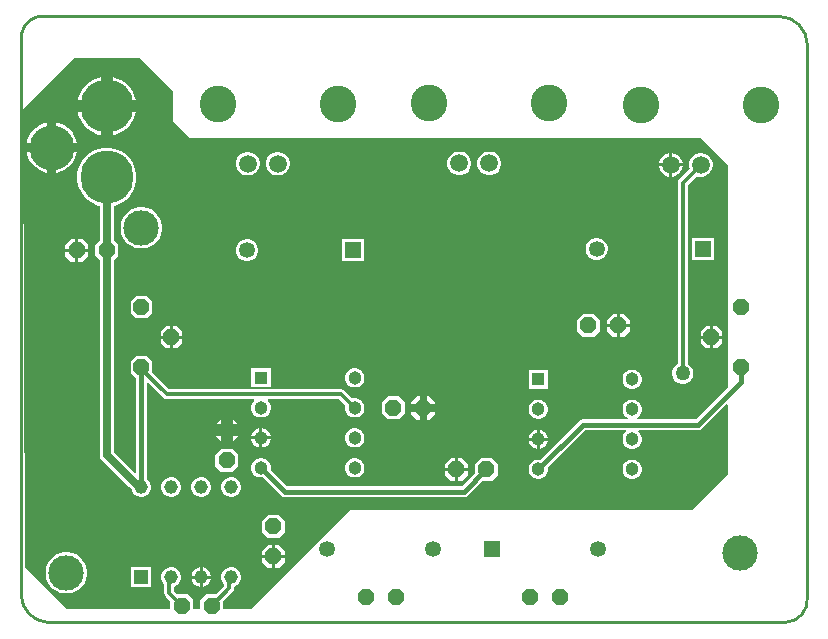
<source format=gtl>
G04*
G04 #@! TF.GenerationSoftware,Altium Limited,Altium Designer,21.2.2 (38)*
G04*
G04 Layer_Physical_Order=1*
G04 Layer_Color=255*
%FSLAX25Y25*%
%MOIN*%
G70*
G04*
G04 #@! TF.SameCoordinates,E511DB09-7795-4F42-8736-8E558125F004*
G04*
G04*
G04 #@! TF.FilePolarity,Positive*
G04*
G01*
G75*
%ADD13C,0.01000*%
%ADD31C,0.02500*%
%ADD32C,0.01200*%
%ADD33C,0.01500*%
%ADD34P,0.06061X8X202.5*%
%ADD35P,0.06061X8X292.5*%
%ADD36R,0.04567X0.04567*%
%ADD37C,0.04567*%
%ADD38C,0.05315*%
%ADD39R,0.05315X0.05315*%
%ADD40P,0.05629X8X22.5*%
%ADD41R,0.04461X0.04461*%
%ADD42C,0.04461*%
%ADD43C,0.12205*%
%ADD44C,0.05906*%
%ADD45C,0.14961*%
%ADD46C,0.17717*%
%ADD47C,0.11811*%
%ADD48C,0.05000*%
G36*
X130000Y220000D02*
Y210000D01*
X135500Y204500D01*
X306000D01*
X315000Y195500D01*
Y121173D01*
X304469Y110643D01*
X284771D01*
X284637Y111143D01*
X285109Y111415D01*
X285711Y112017D01*
X286136Y112753D01*
X286356Y113575D01*
Y114425D01*
X286136Y115247D01*
X285711Y115983D01*
X285109Y116585D01*
X284373Y117010D01*
X283551Y117230D01*
X282701D01*
X281879Y117010D01*
X281142Y116585D01*
X280541Y115983D01*
X280116Y115247D01*
X279896Y114425D01*
Y113575D01*
X280116Y112753D01*
X280541Y112017D01*
X281142Y111415D01*
X281615Y111143D01*
X281481Y110643D01*
X266732D01*
X266732Y110643D01*
X266049Y110507D01*
X265471Y110120D01*
X252521Y97171D01*
X252299Y97230D01*
X251449D01*
X250627Y97010D01*
X249891Y96585D01*
X249289Y95983D01*
X248864Y95247D01*
X248644Y94425D01*
Y93575D01*
X248864Y92753D01*
X249289Y92017D01*
X249891Y91415D01*
X250627Y90990D01*
X251449Y90770D01*
X252299D01*
X253121Y90990D01*
X253857Y91415D01*
X254459Y92017D01*
X254884Y92753D01*
X255104Y93575D01*
Y94425D01*
X255045Y94647D01*
X267471Y107074D01*
X280990D01*
X281130Y106625D01*
X281132Y106574D01*
X280541Y105983D01*
X280116Y105247D01*
X279896Y104425D01*
Y103575D01*
X280116Y102753D01*
X280541Y102016D01*
X281142Y101415D01*
X281879Y100990D01*
X282701Y100770D01*
X283551D01*
X284373Y100990D01*
X285109Y101415D01*
X285711Y102016D01*
X286136Y102753D01*
X286356Y103575D01*
Y104425D01*
X286136Y105247D01*
X285711Y105983D01*
X285120Y106574D01*
X285122Y106625D01*
X285262Y107074D01*
X305208D01*
X305891Y107210D01*
X306470Y107597D01*
X314538Y115665D01*
X315000Y115473D01*
Y92500D01*
X303000Y80500D01*
X189000Y80500D01*
X156000Y47500D01*
X146800D01*
Y49993D01*
X150009Y53202D01*
X150363Y53732D01*
X150487Y54356D01*
Y54865D01*
X150767Y54940D01*
X151516Y55373D01*
X152127Y55984D01*
X152560Y56733D01*
X152784Y57568D01*
Y58432D01*
X152560Y59267D01*
X152127Y60016D01*
X151516Y60627D01*
X150767Y61060D01*
X149932Y61283D01*
X149068D01*
X148233Y61060D01*
X147484Y60627D01*
X146873Y60016D01*
X146440Y59267D01*
X146216Y58432D01*
Y57568D01*
X146440Y56733D01*
X146873Y55984D01*
X147224Y55632D01*
Y55032D01*
X144493Y52300D01*
X141100D01*
X139200Y50400D01*
Y47500D01*
X136800D01*
Y50400D01*
X134900Y52300D01*
X131507D01*
X130487Y53320D01*
Y54865D01*
X130767Y54940D01*
X131516Y55373D01*
X132127Y55984D01*
X132560Y56733D01*
X132783Y57568D01*
Y58432D01*
X132560Y59267D01*
X132127Y60016D01*
X131516Y60627D01*
X130767Y61060D01*
X129932Y61283D01*
X129068D01*
X128233Y61060D01*
X127484Y60627D01*
X126873Y60016D01*
X126440Y59267D01*
X126216Y58432D01*
Y57568D01*
X126440Y56733D01*
X126873Y55984D01*
X127224Y55632D01*
Y52644D01*
X127349Y52020D01*
X127702Y51491D01*
X129200Y49993D01*
Y47500D01*
X94500Y47500D01*
X80608Y61392D01*
X80101Y214101D01*
X97000Y231000D01*
X119000D01*
X130000Y220000D01*
D02*
G37*
%LPC*%
G36*
X110000Y224654D02*
Y217000D01*
X117654D01*
X117479Y217876D01*
X116736Y219670D01*
X115657Y221284D01*
X114284Y222657D01*
X112670Y223736D01*
X110875Y224479D01*
X110000Y224654D01*
D02*
G37*
G36*
X106000D02*
X105124Y224479D01*
X103330Y223736D01*
X101716Y222657D01*
X100343Y221284D01*
X99264Y219670D01*
X98521Y217876D01*
X98346Y217000D01*
X106000D01*
Y224654D01*
D02*
G37*
G36*
X117654Y213000D02*
X110000D01*
Y205346D01*
X110875Y205521D01*
X112670Y206264D01*
X114284Y207343D01*
X115657Y208716D01*
X116736Y210330D01*
X117479Y212124D01*
X117654Y213000D01*
D02*
G37*
G36*
X106000D02*
X98346D01*
X98521Y212124D01*
X99264Y210330D01*
X100343Y208716D01*
X101716Y207343D01*
X103330Y206264D01*
X105124Y205521D01*
X106000Y205346D01*
Y213000D01*
D02*
G37*
G36*
X91193Y209569D02*
Y202720D01*
X98041D01*
X97847Y203694D01*
X97208Y205237D01*
X96280Y206626D01*
X95099Y207807D01*
X93710Y208736D01*
X92167Y209375D01*
X91193Y209569D01*
D02*
G37*
G36*
X88193D02*
X87219Y209375D01*
X85676Y208736D01*
X84287Y207807D01*
X83106Y206626D01*
X82178Y205237D01*
X81538Y203694D01*
X81345Y202720D01*
X88193D01*
Y209569D01*
D02*
G37*
G36*
X296520Y199421D02*
X296500D01*
Y195968D01*
X299953D01*
Y195989D01*
X299683Y196994D01*
X299163Y197896D01*
X298427Y198632D01*
X297526Y199152D01*
X296520Y199421D01*
D02*
G37*
G36*
X295500D02*
X295480D01*
X294474Y199152D01*
X293573Y198632D01*
X292837Y197896D01*
X292317Y196994D01*
X292047Y195989D01*
Y195968D01*
X295500D01*
Y199421D01*
D02*
G37*
G36*
X88193Y199721D02*
X81345D01*
X81538Y198747D01*
X82178Y197204D01*
X83106Y195815D01*
X84287Y194633D01*
X85676Y193705D01*
X87219Y193066D01*
X88193Y192872D01*
Y199721D01*
D02*
G37*
G36*
X98041D02*
X91193D01*
Y192872D01*
X92167Y193066D01*
X93710Y193705D01*
X95099Y194633D01*
X96280Y195815D01*
X97208Y197204D01*
X97847Y198747D01*
X98041Y199721D01*
D02*
G37*
G36*
X236020Y199921D02*
X234980D01*
X233974Y199652D01*
X233073Y199132D01*
X232337Y198396D01*
X231817Y197494D01*
X231547Y196489D01*
Y195448D01*
X231817Y194443D01*
X232337Y193542D01*
X233073Y192806D01*
X233974Y192285D01*
X234980Y192016D01*
X236020D01*
X237026Y192285D01*
X237927Y192806D01*
X238663Y193542D01*
X239183Y194443D01*
X239453Y195448D01*
Y196489D01*
X239183Y197494D01*
X238663Y198396D01*
X237927Y199132D01*
X237026Y199652D01*
X236020Y199921D01*
D02*
G37*
G36*
X226020D02*
X224980D01*
X223974Y199652D01*
X223073Y199132D01*
X222337Y198396D01*
X221817Y197494D01*
X221547Y196489D01*
Y195448D01*
X221817Y194443D01*
X222337Y193542D01*
X223073Y192806D01*
X223974Y192285D01*
X224980Y192016D01*
X226020D01*
X227026Y192285D01*
X227927Y192806D01*
X228663Y193542D01*
X229183Y194443D01*
X229453Y195448D01*
Y196489D01*
X229183Y197494D01*
X228663Y198396D01*
X227927Y199132D01*
X227026Y199652D01*
X226020Y199921D01*
D02*
G37*
G36*
X165520Y199831D02*
X164480D01*
X163474Y199561D01*
X162573Y199041D01*
X161837Y198305D01*
X161317Y197404D01*
X161047Y196398D01*
Y195358D01*
X161317Y194352D01*
X161837Y193451D01*
X162573Y192715D01*
X163474Y192195D01*
X164480Y191925D01*
X165520D01*
X166526Y192195D01*
X167427Y192715D01*
X168163Y193451D01*
X168683Y194352D01*
X168953Y195358D01*
Y196398D01*
X168683Y197404D01*
X168163Y198305D01*
X167427Y199041D01*
X166526Y199561D01*
X165520Y199831D01*
D02*
G37*
G36*
X155520D02*
X154480D01*
X153474Y199561D01*
X152573Y199041D01*
X151837Y198305D01*
X151317Y197404D01*
X151047Y196398D01*
Y195358D01*
X151317Y194352D01*
X151837Y193451D01*
X152573Y192715D01*
X153474Y192195D01*
X154480Y191925D01*
X155520D01*
X156526Y192195D01*
X157427Y192715D01*
X158163Y193451D01*
X158683Y194352D01*
X158953Y195358D01*
Y196398D01*
X158683Y197404D01*
X158163Y198305D01*
X157427Y199041D01*
X156526Y199561D01*
X155520Y199831D01*
D02*
G37*
G36*
X306520Y199421D02*
X305480D01*
X304474Y199152D01*
X303573Y198632D01*
X302837Y197896D01*
X302317Y196994D01*
X302047Y195989D01*
Y194948D01*
X302285Y194061D01*
X298847Y190622D01*
X298493Y190093D01*
X298369Y189469D01*
Y129100D01*
X297851Y128801D01*
X297199Y128149D01*
X296739Y127351D01*
X296500Y126461D01*
Y125539D01*
X296739Y124649D01*
X297199Y123851D01*
X297851Y123199D01*
X298649Y122739D01*
X299539Y122500D01*
X300461D01*
X301351Y122739D01*
X302149Y123199D01*
X302801Y123851D01*
X303261Y124649D01*
X303500Y125539D01*
Y126461D01*
X303261Y127351D01*
X302801Y128149D01*
X302149Y128801D01*
X301631Y129100D01*
Y188793D01*
X304592Y191753D01*
X305480Y191516D01*
X306520D01*
X307526Y191785D01*
X308427Y192306D01*
X309163Y193042D01*
X309683Y193943D01*
X309953Y194948D01*
Y195989D01*
X309683Y196994D01*
X309163Y197896D01*
X308427Y198632D01*
X307526Y199152D01*
X306520Y199421D01*
D02*
G37*
G36*
X299953Y194968D02*
X296500D01*
Y191516D01*
X296520D01*
X297526Y191785D01*
X298427Y192306D01*
X299163Y193042D01*
X299683Y193943D01*
X299953Y194948D01*
Y194968D01*
D02*
G37*
G36*
X295500D02*
X292047D01*
Y194948D01*
X292317Y193943D01*
X292837Y193042D01*
X293573Y192306D01*
X294474Y191785D01*
X295480Y191516D01*
X295500D01*
Y194968D01*
D02*
G37*
G36*
X120180Y181405D02*
X118820D01*
X117486Y181140D01*
X116229Y180620D01*
X115098Y179864D01*
X114136Y178902D01*
X113380Y177771D01*
X112860Y176514D01*
X112594Y175180D01*
Y173820D01*
X112860Y172486D01*
X113380Y171229D01*
X114136Y170098D01*
X115098Y169136D01*
X116229Y168380D01*
X117486Y167860D01*
X118820Y167595D01*
X120180D01*
X121514Y167860D01*
X122771Y168380D01*
X123902Y169136D01*
X124864Y170098D01*
X125620Y171229D01*
X126140Y172486D01*
X126406Y173820D01*
Y175180D01*
X126140Y176514D01*
X125620Y177771D01*
X124864Y178902D01*
X123902Y179864D01*
X122771Y180620D01*
X121514Y181140D01*
X120180Y181405D01*
D02*
G37*
G36*
X99900Y170800D02*
X98500D01*
Y167500D01*
X101800D01*
Y168900D01*
X99900Y170800D01*
D02*
G37*
G36*
X97500D02*
X96100D01*
X94200Y168900D01*
Y167500D01*
X97500D01*
Y170800D01*
D02*
G37*
G36*
X310374Y171158D02*
X303059D01*
Y163842D01*
X310374D01*
Y171158D01*
D02*
G37*
G36*
X271765D02*
X270802D01*
X269872Y170908D01*
X269038Y170427D01*
X268357Y169746D01*
X267875Y168912D01*
X267626Y167982D01*
Y167018D01*
X267875Y166088D01*
X268357Y165254D01*
X269038Y164573D01*
X269872Y164092D01*
X270802Y163842D01*
X271765D01*
X272695Y164092D01*
X273529Y164573D01*
X274210Y165254D01*
X274692Y166088D01*
X274941Y167018D01*
Y167982D01*
X274692Y168912D01*
X274210Y169746D01*
X273529Y170427D01*
X272695Y170908D01*
X271765Y171158D01*
D02*
G37*
G36*
X193874Y170658D02*
X186559D01*
Y163342D01*
X193874D01*
Y170658D01*
D02*
G37*
G36*
X155265D02*
X154302D01*
X153372Y170408D01*
X152538Y169927D01*
X151857Y169246D01*
X151375Y168412D01*
X151126Y167482D01*
Y166518D01*
X151375Y165588D01*
X151857Y164754D01*
X152538Y164073D01*
X153372Y163592D01*
X154302Y163342D01*
X155265D01*
X156195Y163592D01*
X157029Y164073D01*
X157710Y164754D01*
X158192Y165588D01*
X158441Y166518D01*
Y167482D01*
X158192Y168412D01*
X157710Y169246D01*
X157029Y169927D01*
X156195Y170408D01*
X155265Y170658D01*
D02*
G37*
G36*
X101800Y166500D02*
X98500D01*
Y163200D01*
X99900D01*
X101800Y165100D01*
Y166500D01*
D02*
G37*
G36*
X97500D02*
X94200D01*
Y165100D01*
X96100Y163200D01*
X97500D01*
Y166500D01*
D02*
G37*
G36*
X121300Y151600D02*
X117700D01*
X115900Y149800D01*
Y146200D01*
X117700Y144400D01*
X121300D01*
X123100Y146200D01*
Y149800D01*
X121300Y151600D01*
D02*
G37*
G36*
X280400Y145800D02*
X279000D01*
Y142500D01*
X282300D01*
Y143900D01*
X280400Y145800D01*
D02*
G37*
G36*
X278000D02*
X276600D01*
X274700Y143900D01*
Y142500D01*
X278000D01*
Y145800D01*
D02*
G37*
G36*
X311300Y141600D02*
X310000D01*
Y138500D01*
X313100D01*
Y139800D01*
X311300Y141600D01*
D02*
G37*
G36*
X131300D02*
X130000D01*
Y138500D01*
X133100D01*
Y139800D01*
X131300Y141600D01*
D02*
G37*
G36*
X129000D02*
X127700D01*
X125900Y139800D01*
Y138500D01*
X129000D01*
Y141600D01*
D02*
G37*
G36*
X309000D02*
X307700D01*
X305900Y139800D01*
Y138500D01*
X309000D01*
Y141600D01*
D02*
G37*
G36*
X282300Y141500D02*
X279000D01*
Y138200D01*
X280400D01*
X282300Y140100D01*
Y141500D01*
D02*
G37*
G36*
X278000D02*
X274700D01*
Y140100D01*
X276600Y138200D01*
X278000D01*
Y141500D01*
D02*
G37*
G36*
X270400Y145800D02*
X266600D01*
X264700Y143900D01*
Y140100D01*
X266600Y138200D01*
X270400D01*
X272300Y140100D01*
Y143900D01*
X270400Y145800D01*
D02*
G37*
G36*
X313100Y137500D02*
X310000D01*
Y134400D01*
X311300D01*
X313100Y136200D01*
Y137500D01*
D02*
G37*
G36*
X309000D02*
X305900D01*
Y136200D01*
X307700Y134400D01*
X309000D01*
Y137500D01*
D02*
G37*
G36*
X133100D02*
X130000D01*
Y134400D01*
X131300D01*
X133100Y136200D01*
Y137500D01*
D02*
G37*
G36*
X129000D02*
X125900D01*
Y136200D01*
X127700Y134400D01*
X129000D01*
Y137500D01*
D02*
G37*
G36*
X191051Y127730D02*
X190201D01*
X189379Y127510D01*
X188643Y127085D01*
X188041Y126483D01*
X187616Y125747D01*
X187396Y124925D01*
Y124075D01*
X187616Y123253D01*
X188041Y122517D01*
X188643Y121915D01*
X189379Y121490D01*
X190201Y121270D01*
X191051D01*
X191873Y121490D01*
X192609Y121915D01*
X193211Y122517D01*
X193636Y123253D01*
X193856Y124075D01*
Y124925D01*
X193636Y125747D01*
X193211Y126483D01*
X192609Y127085D01*
X191873Y127510D01*
X191051Y127730D01*
D02*
G37*
G36*
X162604D02*
X156144D01*
Y121270D01*
X162604D01*
Y127730D01*
D02*
G37*
G36*
X283551Y127230D02*
X282701D01*
X281879Y127010D01*
X281142Y126585D01*
X280541Y125983D01*
X280116Y125247D01*
X279896Y124425D01*
Y123575D01*
X280116Y122753D01*
X280541Y122017D01*
X281142Y121415D01*
X281879Y120990D01*
X282701Y120770D01*
X283551D01*
X284373Y120990D01*
X285109Y121415D01*
X285711Y122017D01*
X286136Y122753D01*
X286356Y123575D01*
Y124425D01*
X286136Y125247D01*
X285711Y125983D01*
X285109Y126585D01*
X284373Y127010D01*
X283551Y127230D01*
D02*
G37*
G36*
X255104D02*
X248644D01*
Y120770D01*
X255104D01*
Y127230D01*
D02*
G37*
G36*
X215500Y118500D02*
X214750D01*
Y115750D01*
X217500D01*
Y116500D01*
X215500Y118500D01*
D02*
G37*
G36*
X212250D02*
X211500D01*
X209500Y116500D01*
Y115750D01*
X212250D01*
Y118500D01*
D02*
G37*
G36*
X108971Y201236D02*
X107029D01*
X105124Y200857D01*
X103330Y200114D01*
X101716Y199035D01*
X100343Y197662D01*
X99264Y196048D01*
X98521Y194254D01*
X98142Y192349D01*
Y190407D01*
X98521Y188502D01*
X99264Y186708D01*
X100343Y185094D01*
X101716Y183721D01*
X103330Y182642D01*
X105124Y181898D01*
X105706Y181783D01*
Y170406D01*
X104200Y168900D01*
Y165100D01*
X105706Y163594D01*
Y98797D01*
X105880Y97919D01*
X106378Y97175D01*
X115028Y88525D01*
X115461Y88236D01*
X116249Y87448D01*
X116440Y86733D01*
X116873Y85984D01*
X117484Y85373D01*
X118233Y84940D01*
X119068Y84716D01*
X119932D01*
X120767Y84940D01*
X121516Y85373D01*
X122127Y85984D01*
X122560Y86733D01*
X122784Y87568D01*
Y88432D01*
X122560Y89267D01*
X122127Y90016D01*
X121516Y90627D01*
X121284Y90761D01*
Y122755D01*
X121746Y122947D01*
X126847Y117847D01*
X127376Y117493D01*
X128000Y117369D01*
X128000Y117369D01*
X156967D01*
X157174Y116869D01*
X156789Y116483D01*
X156364Y115747D01*
X156144Y114925D01*
Y114075D01*
X156364Y113253D01*
X156789Y112517D01*
X157391Y111915D01*
X158127Y111490D01*
X158949Y111270D01*
X159799D01*
X160621Y111490D01*
X161357Y111915D01*
X161959Y112517D01*
X162384Y113253D01*
X162604Y114075D01*
Y114925D01*
X162384Y115747D01*
X161959Y116483D01*
X161574Y116869D01*
X161781Y117369D01*
X185450D01*
X187501Y115318D01*
X187396Y114925D01*
Y114075D01*
X187616Y113253D01*
X188041Y112517D01*
X188643Y111915D01*
X189379Y111490D01*
X190201Y111270D01*
X191051D01*
X191873Y111490D01*
X192609Y111915D01*
X193211Y112517D01*
X193636Y113253D01*
X193856Y114075D01*
Y114925D01*
X193636Y115747D01*
X193211Y116483D01*
X192609Y117085D01*
X191873Y117510D01*
X191051Y117730D01*
X190201D01*
X189808Y117625D01*
X187279Y120153D01*
X186750Y120507D01*
X186126Y120631D01*
X128676D01*
X123100Y126207D01*
Y129800D01*
X121300Y131600D01*
X117700D01*
X115900Y129800D01*
Y126200D01*
X117700Y124400D01*
X117716D01*
Y92979D01*
X117254Y92788D01*
X110294Y99747D01*
Y163594D01*
X111800Y165100D01*
Y168900D01*
X110294Y170406D01*
Y181783D01*
X110875Y181898D01*
X112670Y182642D01*
X114284Y183721D01*
X115657Y185094D01*
X116736Y186708D01*
X117479Y188502D01*
X117858Y190407D01*
Y192349D01*
X117479Y194254D01*
X116736Y196048D01*
X115657Y197662D01*
X114284Y199035D01*
X112670Y200114D01*
X110875Y200857D01*
X108971Y201236D01*
D02*
G37*
G36*
X252299Y117230D02*
X251449D01*
X250627Y117010D01*
X249891Y116585D01*
X249289Y115983D01*
X248864Y115247D01*
X248644Y114425D01*
Y113575D01*
X248864Y112753D01*
X249289Y112017D01*
X249891Y111415D01*
X250627Y110990D01*
X251449Y110770D01*
X252299D01*
X253121Y110990D01*
X253857Y111415D01*
X254459Y112017D01*
X254884Y112753D01*
X255104Y113575D01*
Y114425D01*
X254884Y115247D01*
X254459Y115983D01*
X253857Y116585D01*
X253121Y117010D01*
X252299Y117230D01*
D02*
G37*
G36*
X205400Y118300D02*
X201600D01*
X199700Y116400D01*
Y112600D01*
X201600Y110700D01*
X205400D01*
X207300Y112600D01*
Y116400D01*
X205400Y118300D01*
D02*
G37*
G36*
X217500Y113250D02*
X214750D01*
Y110500D01*
X215500D01*
X217500Y112500D01*
Y113250D01*
D02*
G37*
G36*
X212250D02*
X209500D01*
Y112500D01*
X211500Y110500D01*
X212250D01*
Y113250D01*
D02*
G37*
G36*
X150000Y110700D02*
Y109000D01*
X151700D01*
X150000Y110700D01*
D02*
G37*
G36*
X146000D02*
X144300Y109000D01*
X146000D01*
Y110700D01*
D02*
G37*
G36*
X159874Y107710D02*
Y105000D01*
X162584D01*
X162384Y105747D01*
X161959Y106483D01*
X161357Y107085D01*
X160621Y107510D01*
X159874Y107710D01*
D02*
G37*
G36*
X158874D02*
X158127Y107510D01*
X157391Y107085D01*
X156789Y106483D01*
X156364Y105747D01*
X156164Y105000D01*
X158874D01*
Y107710D01*
D02*
G37*
G36*
X252374Y107210D02*
Y104500D01*
X255084D01*
X254884Y105247D01*
X254459Y105983D01*
X253857Y106585D01*
X253121Y107010D01*
X252374Y107210D01*
D02*
G37*
G36*
X251374D02*
X250627Y107010D01*
X249891Y106585D01*
X249289Y105983D01*
X248864Y105247D01*
X248664Y104500D01*
X251374D01*
Y107210D01*
D02*
G37*
G36*
X151700Y105000D02*
X150000D01*
Y103300D01*
X151700Y105000D01*
D02*
G37*
G36*
X146000D02*
X144300D01*
X146000Y103300D01*
Y105000D01*
D02*
G37*
G36*
X162584Y104000D02*
X159874D01*
Y101290D01*
X160621Y101490D01*
X161357Y101915D01*
X161959Y102517D01*
X162384Y103253D01*
X162584Y104000D01*
D02*
G37*
G36*
X158874D02*
X156164D01*
X156364Y103253D01*
X156789Y102517D01*
X157391Y101915D01*
X158127Y101490D01*
X158874Y101290D01*
Y104000D01*
D02*
G37*
G36*
X191051Y107730D02*
X190201D01*
X189379Y107510D01*
X188643Y107085D01*
X188041Y106483D01*
X187616Y105747D01*
X187396Y104925D01*
Y104075D01*
X187616Y103253D01*
X188041Y102517D01*
X188643Y101915D01*
X189379Y101490D01*
X190201Y101270D01*
X191051D01*
X191873Y101490D01*
X192609Y101915D01*
X193211Y102517D01*
X193636Y103253D01*
X193856Y104075D01*
Y104925D01*
X193636Y105747D01*
X193211Y106483D01*
X192609Y107085D01*
X191873Y107510D01*
X191051Y107730D01*
D02*
G37*
G36*
X255084Y103500D02*
X252374D01*
Y100790D01*
X253121Y100990D01*
X253857Y101415D01*
X254459Y102016D01*
X254884Y102753D01*
X255084Y103500D01*
D02*
G37*
G36*
X251374D02*
X248664D01*
X248864Y102753D01*
X249289Y102016D01*
X249891Y101415D01*
X250627Y100990D01*
X251374Y100790D01*
Y103500D01*
D02*
G37*
G36*
X226400Y97800D02*
X225000D01*
Y94500D01*
X228300D01*
Y95900D01*
X226400Y97800D01*
D02*
G37*
G36*
X224000D02*
X222600D01*
X220700Y95900D01*
Y94500D01*
X224000D01*
Y97800D01*
D02*
G37*
G36*
X149900Y100800D02*
X146100D01*
X144200Y98900D01*
Y95100D01*
X146100Y93200D01*
X149900D01*
X151800Y95100D01*
Y98900D01*
X149900Y100800D01*
D02*
G37*
G36*
X191051Y97730D02*
X190201D01*
X189379Y97510D01*
X188643Y97085D01*
X188041Y96483D01*
X187616Y95747D01*
X187396Y94925D01*
Y94075D01*
X187616Y93253D01*
X188041Y92516D01*
X188643Y91915D01*
X189379Y91490D01*
X190201Y91270D01*
X191051D01*
X191873Y91490D01*
X192609Y91915D01*
X193211Y92516D01*
X193636Y93253D01*
X193856Y94075D01*
Y94925D01*
X193636Y95747D01*
X193211Y96483D01*
X192609Y97085D01*
X191873Y97510D01*
X191051Y97730D01*
D02*
G37*
G36*
X283551Y97230D02*
X282701D01*
X281879Y97010D01*
X281142Y96585D01*
X280541Y95983D01*
X280116Y95247D01*
X279896Y94425D01*
Y93575D01*
X280116Y92753D01*
X280541Y92017D01*
X281142Y91415D01*
X281879Y90990D01*
X282701Y90770D01*
X283551D01*
X284373Y90990D01*
X285109Y91415D01*
X285711Y92017D01*
X286136Y92753D01*
X286356Y93575D01*
Y94425D01*
X286136Y95247D01*
X285711Y95983D01*
X285109Y96585D01*
X284373Y97010D01*
X283551Y97230D01*
D02*
G37*
G36*
X228300Y93500D02*
X225000D01*
Y90200D01*
X226400D01*
X228300Y92100D01*
Y93500D01*
D02*
G37*
G36*
X224000D02*
X220700D01*
Y92100D01*
X222600Y90200D01*
X224000D01*
Y93500D01*
D02*
G37*
G36*
X236400Y97800D02*
X232600D01*
X230700Y95900D01*
Y92723D01*
X226261Y88284D01*
X168113D01*
X162545Y93853D01*
X162604Y94075D01*
Y94925D01*
X162384Y95747D01*
X161959Y96483D01*
X161357Y97085D01*
X160621Y97510D01*
X159799Y97730D01*
X158949D01*
X158127Y97510D01*
X157391Y97085D01*
X156789Y96483D01*
X156364Y95747D01*
X156144Y94925D01*
Y94075D01*
X156364Y93253D01*
X156789Y92516D01*
X157391Y91915D01*
X158127Y91490D01*
X158949Y91270D01*
X159799D01*
X160021Y91329D01*
X166112Y85238D01*
X166691Y84851D01*
X167374Y84716D01*
X167374Y84716D01*
X227000D01*
X227683Y84851D01*
X228262Y85238D01*
X233223Y90200D01*
X236400D01*
X238300Y92100D01*
Y95900D01*
X236400Y97800D01*
D02*
G37*
G36*
X149932Y91284D02*
X149068D01*
X148233Y91060D01*
X147484Y90627D01*
X146873Y90016D01*
X146440Y89267D01*
X146216Y88432D01*
Y87568D01*
X146440Y86733D01*
X146873Y85984D01*
X147484Y85373D01*
X148233Y84940D01*
X149068Y84716D01*
X149932D01*
X150767Y84940D01*
X151516Y85373D01*
X152127Y85984D01*
X152560Y86733D01*
X152784Y87568D01*
Y88432D01*
X152560Y89267D01*
X152127Y90016D01*
X151516Y90627D01*
X150767Y91060D01*
X149932Y91284D01*
D02*
G37*
G36*
X139932D02*
X139068D01*
X138233Y91060D01*
X137484Y90627D01*
X136873Y90016D01*
X136440Y89267D01*
X136216Y88432D01*
Y87568D01*
X136440Y86733D01*
X136873Y85984D01*
X137484Y85373D01*
X138233Y84940D01*
X139068Y84716D01*
X139932D01*
X140767Y84940D01*
X141516Y85373D01*
X142127Y85984D01*
X142560Y86733D01*
X142783Y87568D01*
Y88432D01*
X142560Y89267D01*
X142127Y90016D01*
X141516Y90627D01*
X140767Y91060D01*
X139932Y91284D01*
D02*
G37*
G36*
X129932D02*
X129068D01*
X128233Y91060D01*
X127484Y90627D01*
X126873Y90016D01*
X126440Y89267D01*
X126216Y88432D01*
Y87568D01*
X126440Y86733D01*
X126873Y85984D01*
X127484Y85373D01*
X128233Y84940D01*
X129068Y84716D01*
X129932D01*
X130767Y84940D01*
X131516Y85373D01*
X132127Y85984D01*
X132560Y86733D01*
X132783Y87568D01*
Y88432D01*
X132560Y89267D01*
X132127Y90016D01*
X131516Y90627D01*
X130767Y91060D01*
X129932Y91284D01*
D02*
G37*
G36*
X165400Y78800D02*
X161600D01*
X159700Y76900D01*
Y73100D01*
X161600Y71200D01*
X165400D01*
X167300Y73100D01*
Y76900D01*
X165400Y78800D01*
D02*
G37*
G36*
Y68800D02*
X164000D01*
Y65500D01*
X167300D01*
Y66900D01*
X165400Y68800D01*
D02*
G37*
G36*
X163000D02*
X161600D01*
X159700Y66900D01*
Y65500D01*
X163000D01*
Y68800D01*
D02*
G37*
G36*
X167300Y64500D02*
X164000D01*
Y61200D01*
X165400D01*
X167300Y63100D01*
Y64500D01*
D02*
G37*
G36*
X163000D02*
X159700D01*
Y63100D01*
X161600Y61200D01*
X163000D01*
Y64500D01*
D02*
G37*
G36*
X140000Y61265D02*
Y58500D01*
X142765D01*
X142560Y59267D01*
X142127Y60016D01*
X141516Y60627D01*
X140767Y61060D01*
X140000Y61265D01*
D02*
G37*
G36*
X139000D02*
X138233Y61060D01*
X137484Y60627D01*
X136873Y60016D01*
X136440Y59267D01*
X136235Y58500D01*
X139000D01*
Y61265D01*
D02*
G37*
G36*
X142765Y57500D02*
X140000D01*
Y54735D01*
X140767Y54940D01*
X141516Y55373D01*
X142127Y55984D01*
X142560Y56733D01*
X142765Y57500D01*
D02*
G37*
G36*
X139000D02*
X136235D01*
X136440Y56733D01*
X136873Y55984D01*
X137484Y55373D01*
X138233Y54940D01*
X139000Y54735D01*
Y57500D01*
D02*
G37*
G36*
X122784Y61283D02*
X116217D01*
Y54716D01*
X122784D01*
Y61283D01*
D02*
G37*
G36*
X95180Y66405D02*
X93820D01*
X92486Y66140D01*
X91229Y65620D01*
X90098Y64864D01*
X89136Y63902D01*
X88380Y62771D01*
X87860Y61514D01*
X87594Y60180D01*
Y58820D01*
X87860Y57486D01*
X88380Y56229D01*
X89136Y55098D01*
X90098Y54136D01*
X91229Y53380D01*
X92486Y52860D01*
X93820Y52595D01*
X95180D01*
X96514Y52860D01*
X97771Y53380D01*
X98902Y54136D01*
X99864Y55098D01*
X100620Y56229D01*
X101140Y57486D01*
X101406Y58820D01*
Y60180D01*
X101140Y61514D01*
X100620Y62771D01*
X99864Y63902D01*
X98902Y64864D01*
X97771Y65620D01*
X96514Y66140D01*
X95180Y66405D01*
D02*
G37*
%LPD*%
D13*
X79473Y51999D02*
G03*
X88000Y43000I9277J251D01*
G01*
X334500D02*
G03*
X341500Y51000I-500J7500D01*
G01*
X341500Y235500D02*
G03*
X332000Y245000I-9500J0D01*
G01*
X88000Y245000D02*
G03*
X79500Y239000I-1250J-7250D01*
G01*
X79500Y51999D02*
X79500Y239000D01*
X88000Y43000D02*
X334500D01*
X341500Y51000D02*
Y235500D01*
X88000Y245000D02*
X332000Y245000D01*
D31*
X108000Y98797D02*
X116650Y90147D01*
X108000Y98797D02*
Y191378D01*
X116650Y90147D02*
X116794D01*
X118941Y88000D01*
X119500D01*
D32*
X128856Y52644D02*
X133000Y48500D01*
X128856Y52644D02*
Y57356D01*
X143000Y48500D02*
X148856Y54356D01*
Y57356D01*
X149500Y58000D01*
X128856Y57356D02*
X129500Y58000D01*
X133000Y48500D02*
Y48500D01*
X119500Y127500D02*
Y128000D01*
X186126Y119000D02*
X190626Y114500D01*
X128000Y119000D02*
X186126D01*
X119500Y127500D02*
X128000Y119000D01*
X190626Y114500D02*
X190626D01*
X300000Y126000D02*
Y189469D01*
X306000Y195468D01*
D33*
X119500Y88000D02*
Y127500D01*
X319500Y123150D02*
Y128000D01*
X305208Y108858D02*
X319500Y123150D01*
X266732Y108858D02*
X305208D01*
X251874Y94000D02*
X266732Y108858D01*
X227000Y86500D02*
X234500Y94000D01*
X167374Y86500D02*
X227000D01*
X159374Y94500D02*
X167374Y86500D01*
D34*
X98000Y167000D02*
D03*
X108000D02*
D03*
X143000Y48500D02*
D03*
X133000D02*
D03*
X249000Y51500D02*
D03*
X259000D02*
D03*
X224500Y94000D02*
D03*
X234500D02*
D03*
X268500Y142000D02*
D03*
X278500D02*
D03*
X194500Y51500D02*
D03*
X204500D02*
D03*
X213500Y114500D02*
D03*
X203500D02*
D03*
D35*
X163500Y65000D02*
D03*
Y75000D02*
D03*
X148000Y97000D02*
D03*
Y107000D02*
D03*
D36*
X119500Y58000D02*
D03*
D37*
X129500D02*
D03*
X139500D02*
D03*
X149500D02*
D03*
Y88000D02*
D03*
X139500D02*
D03*
X129500D02*
D03*
X119500D02*
D03*
D38*
X271716Y67500D02*
D03*
X271283Y167500D02*
D03*
X154783Y167000D02*
D03*
X216717Y67500D02*
D03*
X181283D02*
D03*
D39*
X236283D02*
D03*
X306717Y167500D02*
D03*
X190217Y167000D02*
D03*
D40*
X119500Y148000D02*
D03*
X129500Y138000D02*
D03*
X119500Y128000D02*
D03*
X319500D02*
D03*
X309500Y138000D02*
D03*
X319500Y148000D02*
D03*
D41*
X251874Y124000D02*
D03*
X159374Y124500D02*
D03*
D42*
X251874Y114000D02*
D03*
Y104000D02*
D03*
Y94000D02*
D03*
X283126D02*
D03*
Y104000D02*
D03*
Y114000D02*
D03*
Y124000D02*
D03*
X190626Y124500D02*
D03*
Y114500D02*
D03*
Y104500D02*
D03*
Y94500D02*
D03*
X159374D02*
D03*
Y104500D02*
D03*
Y114500D02*
D03*
D43*
X145000Y215910D02*
D03*
X185000D02*
D03*
X215500Y216000D02*
D03*
X255500D02*
D03*
X326000Y215500D02*
D03*
X286000D02*
D03*
D44*
X165000Y195878D02*
D03*
X155000D02*
D03*
X235500Y195968D02*
D03*
X225500D02*
D03*
X296000Y195468D02*
D03*
X306000D02*
D03*
D45*
X89693Y201220D02*
D03*
D46*
X108000Y215000D02*
D03*
Y191378D02*
D03*
D47*
X119500Y174500D02*
D03*
X94500Y59500D02*
D03*
X319000Y66000D02*
D03*
D48*
X300000Y126000D02*
D03*
M02*

</source>
